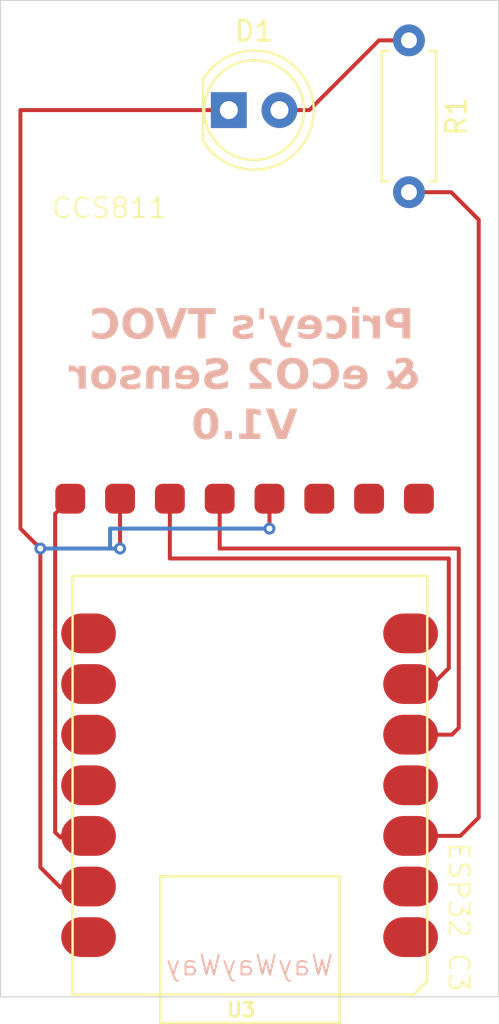
<source format=kicad_pcb>
(kicad_pcb (version 20240108) (generator "pcbnew") (generator_version "8.0")
  (layers (0 "F.Cu" signal) (31 "B.Cu" signal) (34 "B.Paste" user) (35 "F.Paste" user) (36 "B.SilkS" user "B.Silkscreen") (37 "F.SilkS" user "F.Silkscreen") (38 "B.Mask" user) (39 "F.Mask" user) (44 "Edge.Cuts" user))
  (net 0 "")
  (net 1 "Net-(D1-A)")
  (net 2 "Net-(D1-K)")
  (net 3 "Net-(U3-PA10_A2_D2)")
  (net 13 "Net-(U2-SDA)")
  (net 14 "Net-(U2-SCL)")
  (net 15 "Net-(U2-VCC)")
  (footprint "Seeed ESP32C3:MOUDLE14P-SMD-2.54-21X17.8MM" (layer "F.Cu") (at 36.9175 46.38075 180)
    (property "Reference" "U3" (at 9.3345 -21.7805 180) (layer "F.SilkS") (effects (font (size 0.7 0.7))))
    (property "Value" "MOUDLE-SEEEDUINO-XIAO-ESP32C3")
    (fp_line (start 17.8 0) (end 17.8 -21) (stroke (width 0.127)) (layer "F.SilkS"))
    (fp_line (start 17.8 -21) (end 0.671541 -21) (stroke (width 0.127)) (layer "F.SilkS"))
    (fp_line (start 13.395 -15.072) (end 4.396 -15.072) (stroke (width 0.127)) (layer "F.SilkS"))
    (fp_line (start 13.395 -22.424) (end 13.395 -15.072) (stroke (width 0.127)) (layer "F.SilkS"))
    (fp_line (start 4.4 -22.424) (end 13.395 -22.424) (stroke (width 0.127)) (layer "F.SilkS"))
    (fp_line (start 4.396 -15.072) (end 4.396 -22.425) (stroke (width 0.127)) (layer "F.SilkS"))
    (fp_line (start 0.671541 -21) (end 0 -20.3285) (stroke (width 0.127)) (layer "F.SilkS"))
    (fp_line (start 0 0) (end 17.8 0) (stroke (width 0.127)) (layer "F.SilkS"))
    (fp_line (start 0 -20.3285) (end 0 0) (stroke (width 0.127)) (layer "F.SilkS"))
    (pad "1" smd roundrect (at 0.835 -18.12 180) (size 2.75 2) (layers "F.Cu" "F.Paste" "F.Mask") (roundrect_rratio 0.5))
    (pad "2" smd roundrect (at 0.835 -15.58 180) (size 2.75 2) (layers "F.Cu" "F.Paste" "F.Mask") (roundrect_rratio 0.5))
    (pad "3" smd roundrect (at 0.835 -13.04 180) (size 2.75 2) (layers "F.Cu" "F.Paste" "F.Mask") (roundrect_rratio 0.5) (net 3 "Net-(U3-PA10_A2_D2)"))
    (pad "4" smd roundrect (at 0.835 -10.5 180) (size 2.75 2) (layers "F.Cu" "F.Paste" "F.Mask") (roundrect_rratio 0.5))
    (pad "5" smd roundrect (at 0.835 -7.96 180) (size 2.75 2) (layers "F.Cu" "F.Paste" "F.Mask") (roundrect_rratio 0.5) (net 13 "Net-(U2-SDA)"))
    (pad "6" smd roundrect (at 0.835 -5.42 180) (size 2.75 2) (layers "F.Cu" "F.Paste" "F.Mask") (roundrect_rratio 0.5) (net 14 "Net-(U2-SCL)"))
    (pad "7" smd roundrect (at 0.835 -2.88 180) (size 2.75 2) (layers "F.Cu" "F.Paste" "F.Mask") (roundrect_rratio 0.5))
    (pad "8" smd roundrect (at 17 -2.88 180) (size 2.75 2) (layers "F.Cu" "F.Paste" "F.Mask") (roundrect_rratio 0.5))
    (pad "9" smd roundrect (at 17 -5.42 180) (size 2.75 2) (layers "F.Cu" "F.Paste" "F.Mask") (roundrect_rratio 0.5))
    (pad "10" smd roundrect (at 17 -7.96 180) (size 2.75 2) (layers "F.Cu" "F.Paste" "F.Mask") (roundrect_rratio 0.5))
    (pad "11" smd roundrect (at 17 -10.5 180) (size 2.75 2) (layers "F.Cu" "F.Paste" "F.Mask") (roundrect_rratio 0.5))
    (pad "12" smd roundrect (at 17 -13.04 180) (size 2.75 2) (layers "F.Cu" "F.Paste" "F.Mask") (roundrect_rratio 0.5) (net 15 "Net-(U2-VCC)"))
    (pad "13" smd roundrect (at 17 -15.58 180) (size 2.75 2) (layers "F.Cu" "F.Paste" "F.Mask") (roundrect_rratio 0.5) (net 2 "Net-(D1-K)"))
    (pad "14" smd roundrect (at 17 -18.12 180) (size 2.75 2) (layers "F.Cu" "F.Paste" "F.Mask") (roundrect_rratio 0.5))
  )
  (footprint "custom_library:CCS811_CJMCU-8118" (layer "F.Cu") (at 27.75 42.5)
    (property "Reference" "U2" (hide yes))
    (property "Value" "~" (hide yes))
    (fp_text user "CCS811" (at -9.75 -14 0) (layer "F.SilkS") (effects (font (thickness 0.1)) (justify left bottom)))
    (pad "1" smd roundrect (at -8.75 0) (size 1.5 1.5) (layers "F.Cu" "F.Paste" "F.Mask") (net 15 "Net-(U2-VCC)"))
    (pad "2" smd roundrect (at -6.25 0) (size 1.5 1.5) (layers "F.Cu" "F.Paste" "F.Mask") (net 2 "Net-(D1-K)"))
    (pad "3" smd roundrect (at -3.75 0) (size 1.5 1.5) (layers "F.Cu" "F.Paste" "F.Mask") (net 14 "Net-(U2-SCL)"))
    (pad "4" smd roundrect (at -1.25 0) (size 1.5 1.5) (layers "F.Cu" "F.Paste" "F.Mask") (net 13 "Net-(U2-SDA)"))
    (pad "5" smd roundrect (at 1.25 0) (size 1.5 1.5) (layers "F.Cu" "F.Paste" "F.Mask") (net 2 "Net-(D1-K)"))
    (pad "6" smd roundrect (at 3.75 0) (size 1.5 1.5) (layers "F.Cu" "F.Paste" "F.Mask"))
    (pad "7" smd roundrect (at 6.25 0) (size 1.5 1.5) (layers "F.Cu" "F.Paste" "F.Mask"))
    (pad "8" smd roundrect (at 8.75 0) (size 1.5 1.5) (layers "F.Cu" "F.Paste" "F.Mask"))
  )
  (footprint "LED_THT:LED_D5.0mm_Clear" (layer "F.Cu") (at 26.96 23)
    (property "Reference" "D1" (at 1.27 -3.96 0) (layer "F.SilkS"))
    (property "Value" "LED")
    (fp_line (start -1.29 -1.545) (end -1.29 1.545) (stroke (width 0.12)) (layer "F.SilkS"))
    (fp_arc (start -1.29 -1.54483) (mid 2.072002 -2.880433) (end 4.26 0.000462) (stroke (width 0.12)) (layer "F.SilkS"))
    (fp_arc (start 4.26 -0.000462) (mid 2.072002 2.880433) (end -1.29 1.54483) (stroke (width 0.12)) (layer "F.SilkS"))
    (fp_circle (center 1.27 0) (end 3.77 0) (stroke (width 0.12)) (fill none) (layer "F.SilkS"))
    (pad "1" thru_hole rect (at 0 0) (size 1.8 1.8) (drill 0.9) (layers "*.Cu" "*.Mask") (net 2 "Net-(D1-K)"))
    (pad "2" thru_hole circle (at 2.54 0) (size 1.8 1.8) (drill 0.9) (layers "*.Cu" "*.Mask") (net 1 "Net-(D1-A)"))
  )
  (footprint "Resistor_THT:R_Axial_DIN0207_L6.3mm_D2.5mm_P7.62mm_Horizontal" (layer "F.Cu") (at 36 19.5 -90)
    (property "Reference" "R1" (at 3.81 -2.37 90) (layer "F.SilkS"))
    (property "Value" "100R")
    (fp_line (start 0.54 1.37) (end 7.08 1.37) (stroke (width 0.12)) (layer "F.SilkS"))
    (fp_line (start 7.08 1.37) (end 7.08 1.04) (stroke (width 0.12)) (layer "F.SilkS"))
    (fp_line (start 0.54 1.04) (end 0.54 1.37) (stroke (width 0.12)) (layer "F.SilkS"))
    (fp_line (start 0.54 -1.04) (end 0.54 -1.37) (stroke (width 0.12)) (layer "F.SilkS"))
    (fp_line (start 0.54 -1.37) (end 7.08 -1.37) (stroke (width 0.12)) (layer "F.SilkS"))
    (fp_line (start 7.08 -1.37) (end 7.08 -1.04) (stroke (width 0.12)) (layer "F.SilkS"))
    (pad "1" thru_hole circle (at 0 0 270) (size 1.6 1.6) (drill 0.8) (layers "*.Cu" "*.Mask") (net 1 "Net-(D1-A)"))
    (pad "2" thru_hole oval (at 7.62 0 270) (size 1.6 1.6) (drill 0.8) (layers "*.Cu" "*.Mask") (net 3 "Net-(U3-PA10_A2_D2)"))
  )
  (gr_rect (start 15.5 17.5) (end 40.5 67.5) (stroke (width 0.05)) (fill none) (layer "Edge.Cuts"))
  (gr_text "Pricey's TVOC \n& eCO2 Sensor\nV1.0" (at 27.75 36.3625 0) (layer "B.SilkS") (effects (font (size 1.5 1.5) (thickness 0.3) (bold yes)) (justify mirror)))
  (gr_text "WayWayWay" (at 28 66.5 0) (layer "B.SilkS") (effects (font (size 1 1) (thickness 0.1)) (justify bottom mirror)))
  (gr_text "ESP32 C3" (at 38.5 63.5 -90) (layer "F.SilkS") (effects (font (size 1 1) (thickness 0.1))))
  (segment (start 31 23) (end 29.5 23) (width 0.2) (layer "F.Cu") (net 1))
  (segment (start 34.5 19.5) (end 31 23) (width 0.2) (layer "F.Cu") (net 1))
  (segment (start 36 19.5) (end 34.5 19.5) (width 0.2) (layer "F.Cu") (net 1))
  (segment (start 26.96 23) (end 16.5 23) (width 0.2) (layer "F.Cu") (net 2))
  (segment (start 18.53925 61.96075) (end 18.5 62) (width 0.2) (layer "F.Cu") (net 2))
  (segment (start 18.5 62) (end 17.5 61) (width 0.2) (layer "F.Cu") (net 2))
  (segment (start 19.9175 61.96075) (end 18.53925 61.96075) (width 0.2) (layer "F.Cu") (net 2))
  (segment (start 16.5 23) (end 16.5 44) (width 0.2) (layer "F.Cu") (net 2))
  (segment (start 17.5 61) (end 17.5 45) (width 0.2) (layer "F.Cu") (net 2))
  (segment (start 21.5 45) (end 21.5 42.5) (width 0.2) (layer "F.Cu") (net 2))
  (segment (start 29 44) (end 29 42.5) (width 0.2) (layer "F.Cu") (net 2))
  (segment (start 16.5 44) (end 17.5 45) (width 0.2) (layer "F.Cu") (net 2))
  (via (at 29 44) (size 0.6) (drill 0.3) (layers "F.Cu" "B.Cu") (net 2))
  (via (at 21.5 45) (size 0.6) (drill 0.3) (layers "F.Cu" "B.Cu") (net 2))
  (via (at 17.5 45) (size 0.6) (drill 0.3) (layers "F.Cu" "B.Cu") (net 2))
  (via (at 21.5 45) (size 0.6) (drill 0.3) (layers "F.Cu" "B.Cu") (net 2))
  (segment (start 21 45) (end 21.5 45) (width 0.2) (layer "B.Cu") (net 2))
  (segment (start 21 45) (end 21 44) (width 0.2) (layer "B.Cu") (net 2))
  (segment (start 21 44) (end 29 44) (width 0.2) (layer "B.Cu") (net 2))
  (segment (start 17.5 45) (end 21 45) (width 0.2) (layer "B.Cu") (net 2))
  (segment (start 38.12 27.12) (end 36 27.12) (width 0.2) (layer "F.Cu") (net 3))
  (segment (start 38.57925 59.42075) (end 39.5 58.5) (width 0.2) (layer "F.Cu") (net 3))
  (segment (start 39.5 28.5) (end 38.12 27.12) (width 0.2) (layer "F.Cu") (net 3))
  (segment (start 39.5 58.5) (end 39.5 28.5) (width 0.2) (layer "F.Cu") (net 3))
  (segment (start 36.0825 59.42075) (end 38.57925 59.42075) (width 0.2) (layer "F.Cu") (net 3))
  (segment (start 36.0825 54.34075) (end 38.15925 54.34075) (width 0.2) (layer "F.Cu") (net 13))
  (segment (start 38.5 45) (end 26.5 45) (width 0.2) (layer "F.Cu") (net 13))
  (segment (start 38.15925 54.34075) (end 38.5 54) (width 0.2) (layer "F.Cu") (net 13))
  (segment (start 26.5 45) (end 26.5 42.5) (width 0.2) (layer "F.Cu") (net 13))
  (segment (start 38.5 54) (end 38.5 45) (width 0.2) (layer "F.Cu") (net 13))
  (segment (start 24 45.5) (end 24 42.5) (width 0.2) (layer "F.Cu") (net 14))
  (segment (start 37.19925 51.80075) (end 38 51) (width 0.2) (layer "F.Cu") (net 14))
  (segment (start 38 51) (end 38 45.5) (width 0.2) (layer "F.Cu") (net 14))
  (segment (start 36.0825 51.80075) (end 37.19925 51.80075) (width 0.2) (layer "F.Cu") (net 14))
  (segment (start 38 45.5) (end 24 45.5) (width 0.2) (layer "F.Cu") (net 14))
  (segment (start 18.5 59.5) (end 18.2425 59.2425) (width 0.2) (layer "F.Cu") (net 15))
  (segment (start 18.2425 43.2575) (end 19 42.5) (width 0.2) (layer "F.Cu") (net 15))
  (segment (start 19.9175 59.42075) (end 18.57925 59.42075) (width 0.2) (layer "F.Cu") (net 15))
  (segment (start 18.2425 59.2425) (end 18.2425 43.2575) (width 0.2) (layer "F.Cu") (net 15))
  (segment (start 18.57925 59.42075) (end 18.5 59.5) (width 0.2) (layer "F.Cu") (net 15))
)
</source>
